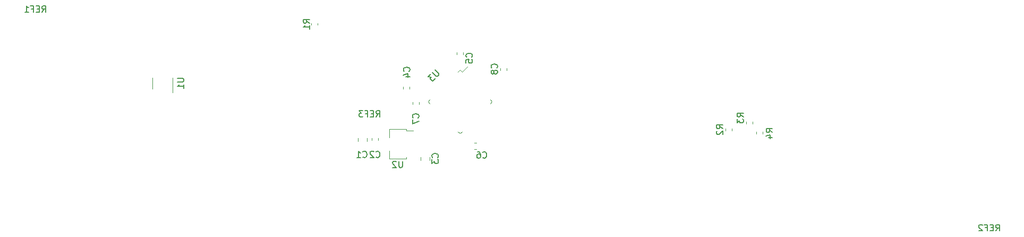
<source format=gbr>
G04 #@! TF.GenerationSoftware,KiCad,Pcbnew,6.0.11+dfsg-1*
G04 #@! TF.CreationDate,2023-05-31T16:11:06+02:00*
G04 #@! TF.ProjectId,ctrl-m,6374726c-2d6d-42e6-9b69-6361645f7063,1.1*
G04 #@! TF.SameCoordinates,Original*
G04 #@! TF.FileFunction,Legend,Bot*
G04 #@! TF.FilePolarity,Positive*
%FSLAX46Y46*%
G04 Gerber Fmt 4.6, Leading zero omitted, Abs format (unit mm)*
G04 Created by KiCad (PCBNEW 6.0.11+dfsg-1) date 2023-05-31 16:11:06*
%MOMM*%
%LPD*%
G01*
G04 APERTURE LIST*
%ADD10C,0.150000*%
%ADD11C,0.120000*%
G04 APERTURE END LIST*
D10*
X135556666Y-103116142D02*
X135604285Y-103163761D01*
X135747142Y-103211380D01*
X135842380Y-103211380D01*
X135985238Y-103163761D01*
X136080476Y-103068523D01*
X136128095Y-102973285D01*
X136175714Y-102782809D01*
X136175714Y-102639952D01*
X136128095Y-102449476D01*
X136080476Y-102354238D01*
X135985238Y-102259000D01*
X135842380Y-102211380D01*
X135747142Y-102211380D01*
X135604285Y-102259000D01*
X135556666Y-102306619D01*
X134699523Y-102211380D02*
X134890000Y-102211380D01*
X134985238Y-102259000D01*
X135032857Y-102306619D01*
X135128095Y-102449476D01*
X135175714Y-102639952D01*
X135175714Y-103020904D01*
X135128095Y-103116142D01*
X135080476Y-103163761D01*
X134985238Y-103211380D01*
X134794761Y-103211380D01*
X134699523Y-103163761D01*
X134651904Y-103116142D01*
X134604285Y-103020904D01*
X134604285Y-102782809D01*
X134651904Y-102687571D01*
X134699523Y-102639952D01*
X134794761Y-102592333D01*
X134985238Y-102592333D01*
X135080476Y-102639952D01*
X135128095Y-102687571D01*
X135175714Y-102782809D01*
X125249642Y-96762333D02*
X125297261Y-96714714D01*
X125344880Y-96571857D01*
X125344880Y-96476619D01*
X125297261Y-96333761D01*
X125202023Y-96238523D01*
X125106785Y-96190904D01*
X124916309Y-96143285D01*
X124773452Y-96143285D01*
X124582976Y-96190904D01*
X124487738Y-96238523D01*
X124392500Y-96333761D01*
X124344880Y-96476619D01*
X124344880Y-96571857D01*
X124392500Y-96714714D01*
X124440119Y-96762333D01*
X124344880Y-97095666D02*
X124344880Y-97762333D01*
X125344880Y-97333761D01*
X107922380Y-81603833D02*
X107446190Y-81270500D01*
X107922380Y-81032404D02*
X106922380Y-81032404D01*
X106922380Y-81413357D01*
X106970000Y-81508595D01*
X107017619Y-81556214D01*
X107112857Y-81603833D01*
X107255714Y-81603833D01*
X107350952Y-81556214D01*
X107398571Y-81508595D01*
X107446190Y-81413357D01*
X107446190Y-81032404D01*
X107922380Y-82556214D02*
X107922380Y-81984785D01*
X107922380Y-82270500D02*
X106922380Y-82270500D01*
X107065238Y-82175261D01*
X107160476Y-82080023D01*
X107208095Y-81984785D01*
X177072380Y-96622333D02*
X176596190Y-96289000D01*
X177072380Y-96050904D02*
X176072380Y-96050904D01*
X176072380Y-96431857D01*
X176120000Y-96527095D01*
X176167619Y-96574714D01*
X176262857Y-96622333D01*
X176405714Y-96622333D01*
X176500952Y-96574714D01*
X176548571Y-96527095D01*
X176596190Y-96431857D01*
X176596190Y-96050904D01*
X176072380Y-96955666D02*
X176072380Y-97574714D01*
X176453333Y-97241380D01*
X176453333Y-97384238D01*
X176500952Y-97479476D01*
X176548571Y-97527095D01*
X176643809Y-97574714D01*
X176881904Y-97574714D01*
X176977142Y-97527095D01*
X177024761Y-97479476D01*
X177072380Y-97384238D01*
X177072380Y-97098523D01*
X177024761Y-97003285D01*
X176977142Y-96955666D01*
X127918947Y-89126451D02*
X128491367Y-89698871D01*
X128525039Y-89799886D01*
X128525039Y-89867230D01*
X128491367Y-89968245D01*
X128356680Y-90102932D01*
X128255665Y-90136604D01*
X128188321Y-90136604D01*
X128087306Y-90102932D01*
X127514886Y-89530512D01*
X127245512Y-89799886D02*
X126807780Y-90237619D01*
X127312856Y-90271291D01*
X127211841Y-90372306D01*
X127178169Y-90473321D01*
X127178169Y-90540665D01*
X127211841Y-90641680D01*
X127380199Y-90810039D01*
X127481215Y-90843711D01*
X127548558Y-90843711D01*
X127649573Y-90810039D01*
X127851604Y-90608008D01*
X127885276Y-90506993D01*
X127885276Y-90439650D01*
X123807142Y-89309833D02*
X123854761Y-89262214D01*
X123902380Y-89119357D01*
X123902380Y-89024119D01*
X123854761Y-88881261D01*
X123759523Y-88786023D01*
X123664285Y-88738404D01*
X123473809Y-88690785D01*
X123330952Y-88690785D01*
X123140476Y-88738404D01*
X123045238Y-88786023D01*
X122950000Y-88881261D01*
X122902380Y-89024119D01*
X122902380Y-89119357D01*
X122950000Y-89262214D01*
X122997619Y-89309833D01*
X123235714Y-90166976D02*
X123902380Y-90166976D01*
X122854761Y-89928880D02*
X123569047Y-89690785D01*
X123569047Y-90309833D01*
X173796880Y-98512333D02*
X173320690Y-98179000D01*
X173796880Y-97940904D02*
X172796880Y-97940904D01*
X172796880Y-98321857D01*
X172844500Y-98417095D01*
X172892119Y-98464714D01*
X172987357Y-98512333D01*
X173130214Y-98512333D01*
X173225452Y-98464714D01*
X173273071Y-98417095D01*
X173320690Y-98321857D01*
X173320690Y-97940904D01*
X172892119Y-98893285D02*
X172844500Y-98940904D01*
X172796880Y-99036142D01*
X172796880Y-99274238D01*
X172844500Y-99369476D01*
X172892119Y-99417095D01*
X172987357Y-99464714D01*
X173082595Y-99464714D01*
X173225452Y-99417095D01*
X173796880Y-98845666D01*
X173796880Y-99464714D01*
X181722380Y-99102333D02*
X181246190Y-98769000D01*
X181722380Y-98530904D02*
X180722380Y-98530904D01*
X180722380Y-98911857D01*
X180770000Y-99007095D01*
X180817619Y-99054714D01*
X180912857Y-99102333D01*
X181055714Y-99102333D01*
X181150952Y-99054714D01*
X181198571Y-99007095D01*
X181246190Y-98911857D01*
X181246190Y-98530904D01*
X181055714Y-99959476D02*
X181722380Y-99959476D01*
X180674761Y-99721380D02*
X181389047Y-99483285D01*
X181389047Y-100102333D01*
X137777142Y-88782333D02*
X137824761Y-88734714D01*
X137872380Y-88591857D01*
X137872380Y-88496619D01*
X137824761Y-88353761D01*
X137729523Y-88258523D01*
X137634285Y-88210904D01*
X137443809Y-88163285D01*
X137300952Y-88163285D01*
X137110476Y-88210904D01*
X137015238Y-88258523D01*
X136920000Y-88353761D01*
X136872380Y-88496619D01*
X136872380Y-88591857D01*
X136920000Y-88734714D01*
X136967619Y-88782333D01*
X137300952Y-89353761D02*
X137253333Y-89258523D01*
X137205714Y-89210904D01*
X137110476Y-89163285D01*
X137062857Y-89163285D01*
X136967619Y-89210904D01*
X136920000Y-89258523D01*
X136872380Y-89353761D01*
X136872380Y-89544238D01*
X136920000Y-89639476D01*
X136967619Y-89687095D01*
X137062857Y-89734714D01*
X137110476Y-89734714D01*
X137205714Y-89687095D01*
X137253333Y-89639476D01*
X137300952Y-89544238D01*
X137300952Y-89353761D01*
X137348571Y-89258523D01*
X137396190Y-89210904D01*
X137491428Y-89163285D01*
X137681904Y-89163285D01*
X137777142Y-89210904D01*
X137824761Y-89258523D01*
X137872380Y-89353761D01*
X137872380Y-89544238D01*
X137824761Y-89639476D01*
X137777142Y-89687095D01*
X137681904Y-89734714D01*
X137491428Y-89734714D01*
X137396190Y-89687095D01*
X137348571Y-89639476D01*
X137300952Y-89544238D01*
X86873380Y-90467095D02*
X87682904Y-90467095D01*
X87778142Y-90514714D01*
X87825761Y-90562333D01*
X87873380Y-90657571D01*
X87873380Y-90848047D01*
X87825761Y-90943285D01*
X87778142Y-90990904D01*
X87682904Y-91038523D01*
X86873380Y-91038523D01*
X87873380Y-92038523D02*
X87873380Y-91467095D01*
X87873380Y-91752809D02*
X86873380Y-91752809D01*
X87016238Y-91657571D01*
X87111476Y-91562333D01*
X87159095Y-91467095D01*
X133777142Y-87062333D02*
X133824761Y-87014714D01*
X133872380Y-86871857D01*
X133872380Y-86776619D01*
X133824761Y-86633761D01*
X133729523Y-86538523D01*
X133634285Y-86490904D01*
X133443809Y-86443285D01*
X133300952Y-86443285D01*
X133110476Y-86490904D01*
X133015238Y-86538523D01*
X132920000Y-86633761D01*
X132872380Y-86776619D01*
X132872380Y-86871857D01*
X132920000Y-87014714D01*
X132967619Y-87062333D01*
X132872380Y-87967095D02*
X132872380Y-87490904D01*
X133348571Y-87443285D01*
X133300952Y-87490904D01*
X133253333Y-87586142D01*
X133253333Y-87824238D01*
X133300952Y-87919476D01*
X133348571Y-87967095D01*
X133443809Y-88014714D01*
X133681904Y-88014714D01*
X133777142Y-87967095D01*
X133824761Y-87919476D01*
X133872380Y-87824238D01*
X133872380Y-87586142D01*
X133824761Y-87490904D01*
X133777142Y-87443285D01*
X65257619Y-79861380D02*
X65590952Y-79385190D01*
X65829047Y-79861380D02*
X65829047Y-78861380D01*
X65448095Y-78861380D01*
X65352857Y-78909000D01*
X65305238Y-78956619D01*
X65257619Y-79051857D01*
X65257619Y-79194714D01*
X65305238Y-79289952D01*
X65352857Y-79337571D01*
X65448095Y-79385190D01*
X65829047Y-79385190D01*
X64829047Y-79337571D02*
X64495714Y-79337571D01*
X64352857Y-79861380D02*
X64829047Y-79861380D01*
X64829047Y-78861380D01*
X64352857Y-78861380D01*
X63590952Y-79337571D02*
X63924285Y-79337571D01*
X63924285Y-79861380D02*
X63924285Y-78861380D01*
X63448095Y-78861380D01*
X62543333Y-79861380D02*
X63114761Y-79861380D01*
X62829047Y-79861380D02*
X62829047Y-78861380D01*
X62924285Y-79004238D01*
X63019523Y-79099476D01*
X63114761Y-79147095D01*
X217317619Y-114871380D02*
X217650952Y-114395190D01*
X217889047Y-114871380D02*
X217889047Y-113871380D01*
X217508095Y-113871380D01*
X217412857Y-113919000D01*
X217365238Y-113966619D01*
X217317619Y-114061857D01*
X217317619Y-114204714D01*
X217365238Y-114299952D01*
X217412857Y-114347571D01*
X217508095Y-114395190D01*
X217889047Y-114395190D01*
X216889047Y-114347571D02*
X216555714Y-114347571D01*
X216412857Y-114871380D02*
X216889047Y-114871380D01*
X216889047Y-113871380D01*
X216412857Y-113871380D01*
X215650952Y-114347571D02*
X215984285Y-114347571D01*
X215984285Y-114871380D02*
X215984285Y-113871380D01*
X215508095Y-113871380D01*
X215174761Y-113966619D02*
X215127142Y-113919000D01*
X215031904Y-113871380D01*
X214793809Y-113871380D01*
X214698571Y-113919000D01*
X214650952Y-113966619D01*
X214603333Y-114061857D01*
X214603333Y-114157095D01*
X214650952Y-114299952D01*
X215222380Y-114871380D01*
X214603333Y-114871380D01*
X118537619Y-96631380D02*
X118870952Y-96155190D01*
X119109047Y-96631380D02*
X119109047Y-95631380D01*
X118728095Y-95631380D01*
X118632857Y-95679000D01*
X118585238Y-95726619D01*
X118537619Y-95821857D01*
X118537619Y-95964714D01*
X118585238Y-96059952D01*
X118632857Y-96107571D01*
X118728095Y-96155190D01*
X119109047Y-96155190D01*
X118109047Y-96107571D02*
X117775714Y-96107571D01*
X117632857Y-96631380D02*
X118109047Y-96631380D01*
X118109047Y-95631380D01*
X117632857Y-95631380D01*
X116870952Y-96107571D02*
X117204285Y-96107571D01*
X117204285Y-96631380D02*
X117204285Y-95631380D01*
X116728095Y-95631380D01*
X116442380Y-95631380D02*
X115823333Y-95631380D01*
X116156666Y-96012333D01*
X116013809Y-96012333D01*
X115918571Y-96059952D01*
X115870952Y-96107571D01*
X115823333Y-96202809D01*
X115823333Y-96440904D01*
X115870952Y-96536142D01*
X115918571Y-96583761D01*
X116013809Y-96631380D01*
X116299523Y-96631380D01*
X116394761Y-96583761D01*
X116442380Y-96536142D01*
X122731904Y-103721380D02*
X122731904Y-104530904D01*
X122684285Y-104626142D01*
X122636666Y-104673761D01*
X122541428Y-104721380D01*
X122350952Y-104721380D01*
X122255714Y-104673761D01*
X122208095Y-104626142D01*
X122160476Y-104530904D01*
X122160476Y-103721380D01*
X121731904Y-103816619D02*
X121684285Y-103769000D01*
X121589047Y-103721380D01*
X121350952Y-103721380D01*
X121255714Y-103769000D01*
X121208095Y-103816619D01*
X121160476Y-103911857D01*
X121160476Y-104007095D01*
X121208095Y-104149952D01*
X121779523Y-104721380D01*
X121160476Y-104721380D01*
X118536666Y-103026142D02*
X118584285Y-103073761D01*
X118727142Y-103121380D01*
X118822380Y-103121380D01*
X118965238Y-103073761D01*
X119060476Y-102978523D01*
X119108095Y-102883285D01*
X119155714Y-102692809D01*
X119155714Y-102549952D01*
X119108095Y-102359476D01*
X119060476Y-102264238D01*
X118965238Y-102169000D01*
X118822380Y-102121380D01*
X118727142Y-102121380D01*
X118584285Y-102169000D01*
X118536666Y-102216619D01*
X118155714Y-102216619D02*
X118108095Y-102169000D01*
X118012857Y-102121380D01*
X117774761Y-102121380D01*
X117679523Y-102169000D01*
X117631904Y-102216619D01*
X117584285Y-102311857D01*
X117584285Y-102407095D01*
X117631904Y-102549952D01*
X118203333Y-103121380D01*
X117584285Y-103121380D01*
X116436666Y-103026142D02*
X116484285Y-103073761D01*
X116627142Y-103121380D01*
X116722380Y-103121380D01*
X116865238Y-103073761D01*
X116960476Y-102978523D01*
X117008095Y-102883285D01*
X117055714Y-102692809D01*
X117055714Y-102549952D01*
X117008095Y-102359476D01*
X116960476Y-102264238D01*
X116865238Y-102169000D01*
X116722380Y-102121380D01*
X116627142Y-102121380D01*
X116484285Y-102169000D01*
X116436666Y-102216619D01*
X115484285Y-103121380D02*
X116055714Y-103121380D01*
X115770000Y-103121380D02*
X115770000Y-102121380D01*
X115865238Y-102264238D01*
X115960476Y-102359476D01*
X116055714Y-102407095D01*
X128347142Y-103112333D02*
X128394761Y-103064714D01*
X128442380Y-102921857D01*
X128442380Y-102826619D01*
X128394761Y-102683761D01*
X128299523Y-102588523D01*
X128204285Y-102540904D01*
X128013809Y-102493285D01*
X127870952Y-102493285D01*
X127680476Y-102540904D01*
X127585238Y-102588523D01*
X127490000Y-102683761D01*
X127442380Y-102826619D01*
X127442380Y-102921857D01*
X127490000Y-103064714D01*
X127537619Y-103112333D01*
X127442380Y-103445666D02*
X127442380Y-104064714D01*
X127823333Y-103731380D01*
X127823333Y-103874238D01*
X127870952Y-103969476D01*
X127918571Y-104017095D01*
X128013809Y-104064714D01*
X128251904Y-104064714D01*
X128347142Y-104017095D01*
X128394761Y-103969476D01*
X128442380Y-103874238D01*
X128442380Y-103588523D01*
X128394761Y-103493285D01*
X128347142Y-103445666D01*
D11*
X134161221Y-100779000D02*
X134486779Y-100779000D01*
X134161221Y-101799000D02*
X134486779Y-101799000D01*
X125410000Y-94625279D02*
X125410000Y-94299721D01*
X124390000Y-94625279D02*
X124390000Y-94299721D01*
X109238000Y-81933279D02*
X109238000Y-81607721D01*
X108218000Y-81933279D02*
X108218000Y-81607721D01*
X178586500Y-97373221D02*
X178586500Y-97698779D01*
X177566500Y-97373221D02*
X177566500Y-97698779D01*
X131904000Y-89083689D02*
X132222198Y-89401887D01*
X132222198Y-98976113D02*
X131904000Y-99294311D01*
X136691113Y-94507198D02*
X137009311Y-94189000D01*
X131904000Y-99294311D02*
X131585802Y-98976113D01*
X137009311Y-94189000D02*
X136691113Y-93870802D01*
X127116887Y-93870802D02*
X126798689Y-94189000D01*
X132222198Y-89401887D02*
X133134366Y-88489719D01*
X131585802Y-89401887D02*
X131904000Y-89083689D01*
X126798689Y-94189000D02*
X127116887Y-94507198D01*
X123830000Y-91836221D02*
X123830000Y-92161779D01*
X122810000Y-91836221D02*
X122810000Y-92161779D01*
X175284500Y-98516221D02*
X175284500Y-98841779D01*
X174264500Y-98516221D02*
X174264500Y-98841779D01*
X180174000Y-99024221D02*
X180174000Y-99349779D01*
X179154000Y-99024221D02*
X179154000Y-99349779D01*
X138301000Y-89164279D02*
X138301000Y-88838721D01*
X139321000Y-89164279D02*
X139321000Y-88838721D01*
X82911000Y-92129000D02*
X82911000Y-90329000D01*
X86131000Y-90329000D02*
X86131000Y-92779000D01*
X131414000Y-86664279D02*
X131414000Y-86338721D01*
X132434000Y-86664279D02*
X132434000Y-86338721D01*
X120610000Y-103329000D02*
X123330000Y-103329000D01*
X124470000Y-98839000D02*
X123330000Y-98839000D01*
X123330000Y-98609000D02*
X120610000Y-98609000D01*
X120610000Y-102019000D02*
X120610000Y-103329000D01*
X120610000Y-98609000D02*
X120610000Y-99919000D01*
X123330000Y-103329000D02*
X123330000Y-103099000D01*
X123330000Y-98609000D02*
X123330000Y-98839000D01*
X118880000Y-100331779D02*
X118880000Y-100006221D01*
X117860000Y-100331779D02*
X117860000Y-100006221D01*
X115660000Y-100527578D02*
X115660000Y-100010422D01*
X117080000Y-100527578D02*
X117080000Y-100010422D01*
X125655000Y-103070922D02*
X125655000Y-103588078D01*
X127075000Y-103070922D02*
X127075000Y-103588078D01*
M02*

</source>
